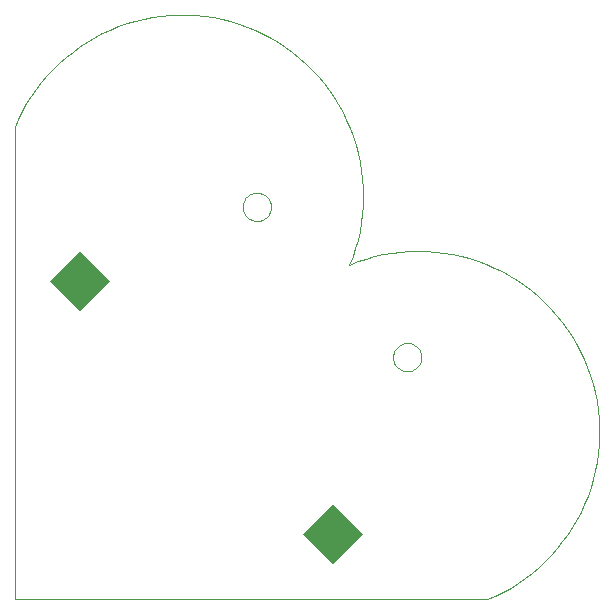
<source format=gtp>
G75*
G70*
%OFA0B0*%
%FSLAX24Y24*%
%IPPOS*%
%LPD*%
%AMOC8*
5,1,8,0,0,1.08239X$1,22.5*
%
%ADD10C,0.0000*%
%ADD11R,0.1417X0.1417*%
D10*
X010038Y009756D02*
X025786Y009756D01*
X026053Y009873D01*
X026314Y010003D01*
X026569Y010146D01*
X026816Y010300D01*
X027055Y010467D01*
X027287Y010645D01*
X027509Y010833D01*
X027722Y011033D01*
X027925Y011242D01*
X028117Y011461D01*
X028299Y011689D01*
X028470Y011925D01*
X028629Y012170D01*
X028776Y012422D01*
X028911Y012680D01*
X029033Y012945D01*
X029142Y013216D01*
X029238Y013491D01*
X029320Y013771D01*
X029389Y014054D01*
X029444Y014340D01*
X029485Y014629D01*
X029513Y014919D01*
X029526Y015211D01*
X029525Y015502D01*
X029510Y015794D01*
X029481Y016084D01*
X029438Y016372D01*
X029381Y016658D01*
X029310Y016941D01*
X029226Y017220D01*
X029128Y017495D01*
X029017Y017765D01*
X028893Y018029D01*
X028757Y018286D01*
X028608Y018537D01*
X028448Y018781D01*
X028276Y019016D01*
X028092Y019243D01*
X027898Y019461D01*
X027694Y019669D01*
X027480Y019866D01*
X027256Y020054D01*
X027024Y020230D01*
X026783Y020395D01*
X026535Y020548D01*
X026280Y020689D01*
X026018Y020817D01*
X025750Y020933D01*
X025477Y021035D01*
X025200Y021125D01*
X024918Y021200D01*
X024633Y021262D01*
X024345Y021310D01*
X024056Y021345D01*
X023765Y021365D01*
X023473Y021371D01*
X023182Y021363D01*
X022891Y021341D01*
X022602Y021305D01*
X022315Y021255D01*
X022030Y021191D01*
X021749Y021113D01*
X021472Y021022D01*
X021200Y020918D01*
X017640Y022840D02*
X017642Y022883D01*
X017648Y022925D01*
X017658Y022967D01*
X017671Y023008D01*
X017688Y023048D01*
X017709Y023085D01*
X017733Y023121D01*
X017760Y023154D01*
X017790Y023185D01*
X017823Y023213D01*
X017858Y023238D01*
X017895Y023259D01*
X017934Y023277D01*
X017974Y023291D01*
X018016Y023302D01*
X018058Y023309D01*
X018101Y023312D01*
X018144Y023311D01*
X018187Y023306D01*
X018229Y023297D01*
X018270Y023285D01*
X018310Y023269D01*
X018348Y023249D01*
X018384Y023226D01*
X018418Y023199D01*
X018450Y023170D01*
X018478Y023138D01*
X018504Y023103D01*
X018526Y023067D01*
X018545Y023028D01*
X018560Y022988D01*
X018572Y022947D01*
X018580Y022904D01*
X018584Y022861D01*
X018584Y022819D01*
X018580Y022776D01*
X018572Y022733D01*
X018560Y022692D01*
X018545Y022652D01*
X018526Y022613D01*
X018504Y022577D01*
X018478Y022542D01*
X018450Y022510D01*
X018418Y022481D01*
X018384Y022454D01*
X018348Y022431D01*
X018310Y022411D01*
X018270Y022395D01*
X018229Y022383D01*
X018187Y022374D01*
X018144Y022369D01*
X018101Y022368D01*
X018058Y022371D01*
X018016Y022378D01*
X017974Y022389D01*
X017934Y022403D01*
X017895Y022421D01*
X017858Y022442D01*
X017823Y022467D01*
X017790Y022495D01*
X017760Y022526D01*
X017733Y022559D01*
X017709Y022595D01*
X017688Y022632D01*
X017671Y022672D01*
X017658Y022713D01*
X017648Y022755D01*
X017642Y022797D01*
X017640Y022840D01*
X021200Y020917D02*
X021304Y021190D01*
X021395Y021467D01*
X021473Y021748D01*
X021537Y022032D01*
X021587Y022320D01*
X021623Y022609D01*
X021645Y022900D01*
X021653Y023191D01*
X021647Y023483D01*
X021627Y023774D01*
X021592Y024063D01*
X021544Y024351D01*
X021482Y024636D01*
X021407Y024918D01*
X021317Y025195D01*
X021215Y025468D01*
X021099Y025736D01*
X020971Y025998D01*
X020830Y026253D01*
X020677Y026501D01*
X020512Y026742D01*
X020336Y026974D01*
X020148Y027198D01*
X019951Y027412D01*
X019743Y027616D01*
X019525Y027810D01*
X019298Y027994D01*
X019063Y028166D01*
X018819Y028326D01*
X018568Y028475D01*
X018311Y028611D01*
X018047Y028735D01*
X017777Y028846D01*
X017502Y028944D01*
X017223Y029028D01*
X016940Y029099D01*
X016654Y029156D01*
X016366Y029199D01*
X016076Y029228D01*
X015784Y029243D01*
X015493Y029244D01*
X015201Y029231D01*
X014911Y029203D01*
X014622Y029162D01*
X014336Y029107D01*
X014053Y029038D01*
X013773Y028956D01*
X013498Y028860D01*
X013227Y028751D01*
X012962Y028629D01*
X012704Y028494D01*
X012452Y028347D01*
X012207Y028188D01*
X011971Y028017D01*
X011743Y027835D01*
X011524Y027643D01*
X011315Y027440D01*
X011115Y027227D01*
X010927Y027005D01*
X010749Y026773D01*
X010582Y026534D01*
X010428Y026287D01*
X010285Y026032D01*
X010155Y025771D01*
X010038Y025504D01*
X010038Y009756D01*
X022651Y017829D02*
X022653Y017872D01*
X022659Y017914D01*
X022669Y017956D01*
X022682Y017997D01*
X022699Y018037D01*
X022720Y018074D01*
X022744Y018110D01*
X022771Y018143D01*
X022801Y018174D01*
X022834Y018202D01*
X022869Y018227D01*
X022906Y018248D01*
X022945Y018266D01*
X022985Y018280D01*
X023027Y018291D01*
X023069Y018298D01*
X023112Y018301D01*
X023155Y018300D01*
X023198Y018295D01*
X023240Y018286D01*
X023281Y018274D01*
X023321Y018258D01*
X023359Y018238D01*
X023395Y018215D01*
X023429Y018188D01*
X023461Y018159D01*
X023489Y018127D01*
X023515Y018092D01*
X023537Y018056D01*
X023556Y018017D01*
X023571Y017977D01*
X023583Y017936D01*
X023591Y017893D01*
X023595Y017850D01*
X023595Y017808D01*
X023591Y017765D01*
X023583Y017722D01*
X023571Y017681D01*
X023556Y017641D01*
X023537Y017602D01*
X023515Y017566D01*
X023489Y017531D01*
X023461Y017499D01*
X023429Y017470D01*
X023395Y017443D01*
X023359Y017420D01*
X023321Y017400D01*
X023281Y017384D01*
X023240Y017372D01*
X023198Y017363D01*
X023155Y017358D01*
X023112Y017357D01*
X023069Y017360D01*
X023027Y017367D01*
X022985Y017378D01*
X022945Y017392D01*
X022906Y017410D01*
X022869Y017431D01*
X022834Y017456D01*
X022801Y017484D01*
X022771Y017515D01*
X022744Y017548D01*
X022720Y017584D01*
X022699Y017621D01*
X022682Y017661D01*
X022669Y017702D01*
X022659Y017744D01*
X022653Y017786D01*
X022651Y017829D01*
D11*
G36*
X019658Y011942D02*
X020659Y012943D01*
X021660Y011942D01*
X020659Y010941D01*
X019658Y011942D01*
G37*
G36*
X011223Y020377D02*
X012224Y021378D01*
X013225Y020377D01*
X012224Y019376D01*
X011223Y020377D01*
G37*
M02*

</source>
